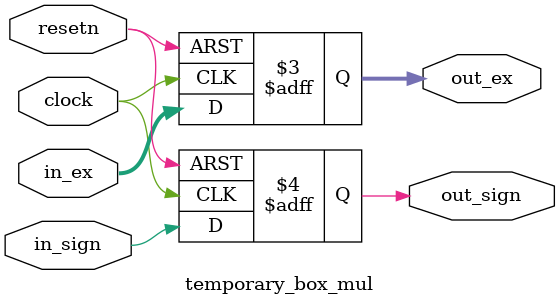
<source format=v>
`timescale 1ns / 1ps
module step2_status(clock, resetn, in_ex_add_out, in_out_sign, out_ex_add_out, out_out_sign);
	input clock, resetn;
	
	input [7:0] in_ex_add_out;
	input in_out_sign;
	
	output [7:0] out_ex_add_out;
	output out_out_sign;
	
	parameter cycle = 10;
	
	wire [7:0] temp_ex[cycle:0];
	wire temp_sign[cycle:0];
	
	assign temp_ex[0] = in_ex_add_out;
	assign temp_sign[0] = in_out_sign;
	
	genvar i;
	generate
		for(i=0 ; i<cycle ; i=i+1) begin: loop_buf_mul
			temporary_box_mul TBM1(.clock(clock), .resetn(resetn), .in_sign(temp_sign[i]), .in_ex(temp_ex[i]), .out_sign(temp_sign[i+1]), .out_ex(temp_ex[i+1]));
		end
	endgenerate
	
	assign out_ex_add_out = temp_ex[cycle];
	assign out_out_sign = temp_sign[cycle];
	
endmodule 

///////////////////////////////

module temporary_box_mul(clock, resetn, in_sign, in_ex, out_sign, out_ex); //1 clock µ¿¾È ÀÓ½Ã ÀúÀå
	input clock, resetn;
		
	input [7:0] in_ex;
	input in_sign;
	
	output reg [7:0] out_ex;
	output reg out_sign;
	
	always@(posedge clock, negedge resetn) begin
		if(!resetn) begin
			out_sign <= 0;
			out_ex <= 0;
		end
		else begin	
			out_sign <= in_sign;
			out_ex <= in_ex;
		end
	end

endmodule 
</source>
